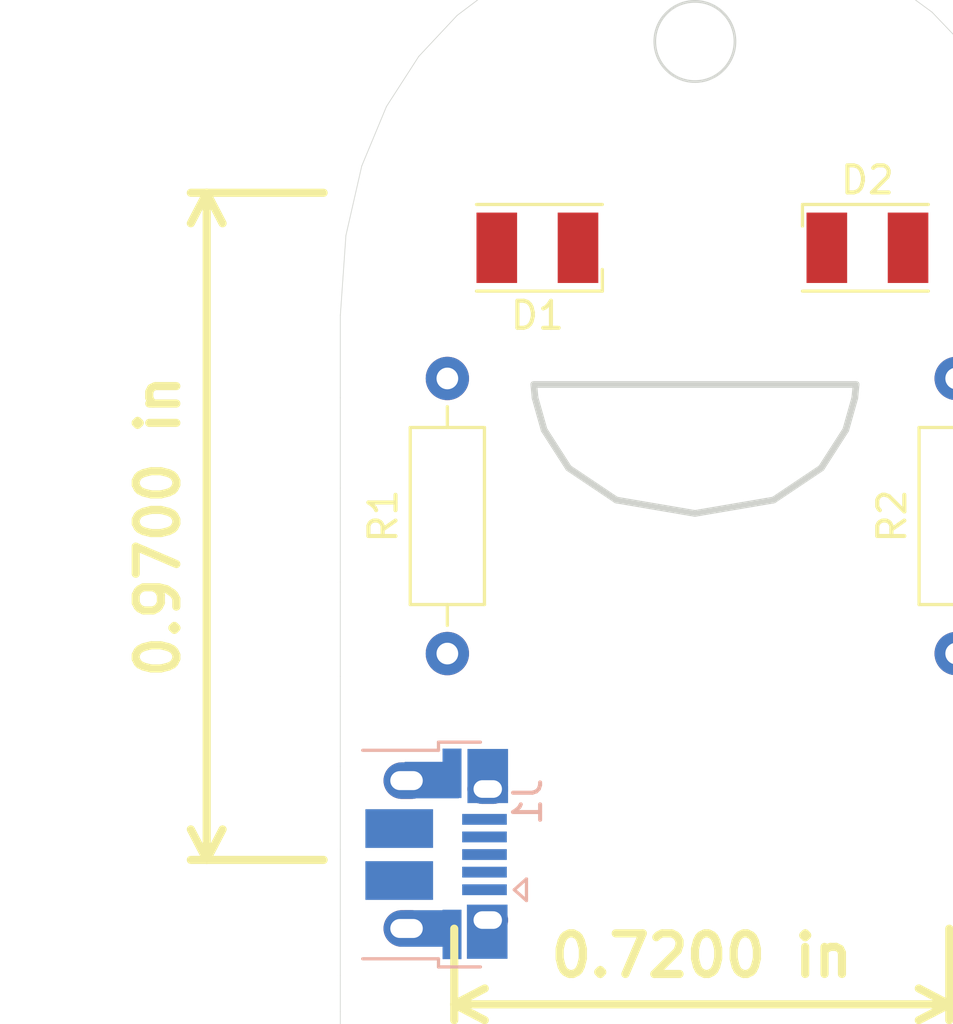
<source format=kicad_pcb>
(kicad_pcb (version 20171130) (host pcbnew 5.0.2+dfsg1-1~bpo9+1)

  (general
    (thickness 1.6)
    (drawings 3)
    (tracks 0)
    (zones 0)
    (modules 6)
    (nets 5)
  )

  (page A4)
  (layers
    (0 F.Cu signal hide)
    (31 B.Cu signal hide)
    (32 B.Adhes user)
    (33 F.Adhes user)
    (34 B.Paste user)
    (35 F.Paste user)
    (36 B.SilkS user)
    (37 F.SilkS user)
    (38 B.Mask user)
    (39 F.Mask user)
    (40 Dwgs.User user)
    (41 Cmts.User user)
    (42 Eco1.User user)
    (43 Eco2.User user)
    (44 Edge.Cuts user)
    (45 Margin user)
    (46 B.CrtYd user)
    (47 F.CrtYd user)
    (48 B.Fab user)
    (49 F.Fab user)
  )

  (setup
    (last_trace_width 0.25)
    (trace_clearance 0.2)
    (zone_clearance 0.508)
    (zone_45_only no)
    (trace_min 0.2)
    (segment_width 0.2)
    (edge_width 0.1)
    (via_size 0.8)
    (via_drill 0.4)
    (via_min_size 0.4)
    (via_min_drill 0.3)
    (uvia_size 0.3)
    (uvia_drill 0.1)
    (uvias_allowed no)
    (uvia_min_size 0.2)
    (uvia_min_drill 0.1)
    (pcb_text_width 0.3)
    (pcb_text_size 1.5 1.5)
    (mod_edge_width 0.15)
    (mod_text_size 1 1)
    (mod_text_width 0.15)
    (pad_size 1.5 1.5)
    (pad_drill 0.6)
    (pad_to_mask_clearance 0)
    (aux_axis_origin 0 0)
    (visible_elements FFFFEF7F)
    (pcbplotparams
      (layerselection 0x010fc_ffffffff)
      (usegerberextensions false)
      (usegerberattributes false)
      (usegerberadvancedattributes false)
      (creategerberjobfile false)
      (excludeedgelayer true)
      (linewidth 0.100000)
      (plotframeref false)
      (viasonmask false)
      (mode 1)
      (useauxorigin false)
      (hpglpennumber 1)
      (hpglpenspeed 20)
      (hpglpendiameter 15.000000)
      (psnegative false)
      (psa4output false)
      (plotreference true)
      (plotvalue true)
      (plotinvisibletext false)
      (padsonsilk false)
      (subtractmaskfromsilk false)
      (outputformat 1)
      (mirror false)
      (drillshape 1)
      (scaleselection 1)
      (outputdirectory ""))
  )

  (net 0 "")
  (net 1 VCC)
  (net 2 "Net-(D1-Pad2)")
  (net 3 "Net-(D2-Pad2)")
  (net 4 GND)

  (net_class Default "Dies ist die voreingestellte Netzklasse."
    (clearance 0.2)
    (trace_width 0.25)
    (via_dia 0.8)
    (via_drill 0.4)
    (uvia_dia 0.3)
    (uvia_drill 0.1)
    (add_net GND)
    (add_net "Net-(D1-Pad2)")
    (add_net "Net-(D2-Pad2)")
    (add_net VCC)
  )

  (module LED_SMD:LED_PLCC-2 (layer F.Cu) (tedit 59959404) (tstamp 5CA0CA09)
    (at 127.278 97.79 180)
    (descr "LED PLCC-2 SMD package")
    (tags "LED PLCC-2 SMD")
    (path /59735547)
    (attr smd)
    (fp_text reference D1 (at 0 -2.5 180) (layer F.SilkS)
      (effects (font (size 1 1) (thickness 0.15)))
    )
    (fp_text value LED (at 0 2.5 180) (layer F.Fab)
      (effects (font (size 1 1) (thickness 0.15)))
    )
    (fp_circle (center 0 0) (end 0 -1.25) (layer F.Fab) (width 0.1))
    (fp_line (start -1.7 -0.6) (end -0.8 -1.5) (layer F.Fab) (width 0.1))
    (fp_line (start 1.7 1.5) (end 1.7 -1.5) (layer F.Fab) (width 0.1))
    (fp_line (start 1.7 -1.5) (end -1.7 -1.5) (layer F.Fab) (width 0.1))
    (fp_line (start -1.7 -1.5) (end -1.7 1.5) (layer F.Fab) (width 0.1))
    (fp_line (start -1.7 1.5) (end 1.7 1.5) (layer F.Fab) (width 0.1))
    (fp_line (start -2.65 -1.85) (end 2.5 -1.85) (layer F.CrtYd) (width 0.05))
    (fp_line (start 2.5 -1.85) (end 2.5 1.85) (layer F.CrtYd) (width 0.05))
    (fp_line (start 2.5 1.85) (end -2.65 1.85) (layer F.CrtYd) (width 0.05))
    (fp_line (start -2.65 1.85) (end -2.65 -1.85) (layer F.CrtYd) (width 0.05))
    (fp_line (start 2.25 1.6) (end -2.4 1.6) (layer F.SilkS) (width 0.12))
    (fp_line (start 2.25 -1.6) (end -2.4 -1.6) (layer F.SilkS) (width 0.12))
    (fp_line (start -2.4 -1.6) (end -2.4 -0.8) (layer F.SilkS) (width 0.12))
    (fp_text user %R (at 0 0 180) (layer F.Fab)
      (effects (font (size 0.4 0.4) (thickness 0.1)))
    )
    (pad 1 smd rect (at -1.5 0 180) (size 1.5 2.6) (layers F.Cu F.Paste F.Mask)
      (net 1 VCC))
    (pad 2 smd rect (at 1.5 0 180) (size 1.5 2.6) (layers F.Cu F.Paste F.Mask)
      (net 2 "Net-(D1-Pad2)"))
    (model ${KISYS3DMOD}/LED_SMD.3dshapes/LED_PLCC-2.wrl
      (at (xyz 0 0 0))
      (scale (xyz 1 1 1))
      (rotate (xyz 0 0 0))
    )
  )

  (module LED_SMD:LED_PLCC-2 (layer F.Cu) (tedit 59959404) (tstamp 5CA0CA1D)
    (at 139.47 97.79)
    (descr "LED PLCC-2 SMD package")
    (tags "LED PLCC-2 SMD")
    (path /5973568D)
    (attr smd)
    (fp_text reference D2 (at 0 -2.5) (layer F.SilkS)
      (effects (font (size 1 1) (thickness 0.15)))
    )
    (fp_text value LED (at 0 2.5) (layer F.Fab)
      (effects (font (size 1 1) (thickness 0.15)))
    )
    (fp_text user %R (at 0 0) (layer F.Fab)
      (effects (font (size 0.4 0.4) (thickness 0.1)))
    )
    (fp_line (start -2.4 -1.6) (end -2.4 -0.8) (layer F.SilkS) (width 0.12))
    (fp_line (start 2.25 -1.6) (end -2.4 -1.6) (layer F.SilkS) (width 0.12))
    (fp_line (start 2.25 1.6) (end -2.4 1.6) (layer F.SilkS) (width 0.12))
    (fp_line (start -2.65 1.85) (end -2.65 -1.85) (layer F.CrtYd) (width 0.05))
    (fp_line (start 2.5 1.85) (end -2.65 1.85) (layer F.CrtYd) (width 0.05))
    (fp_line (start 2.5 -1.85) (end 2.5 1.85) (layer F.CrtYd) (width 0.05))
    (fp_line (start -2.65 -1.85) (end 2.5 -1.85) (layer F.CrtYd) (width 0.05))
    (fp_line (start -1.7 1.5) (end 1.7 1.5) (layer F.Fab) (width 0.1))
    (fp_line (start -1.7 -1.5) (end -1.7 1.5) (layer F.Fab) (width 0.1))
    (fp_line (start 1.7 -1.5) (end -1.7 -1.5) (layer F.Fab) (width 0.1))
    (fp_line (start 1.7 1.5) (end 1.7 -1.5) (layer F.Fab) (width 0.1))
    (fp_line (start -1.7 -0.6) (end -0.8 -1.5) (layer F.Fab) (width 0.1))
    (fp_circle (center 0 0) (end 0 -1.25) (layer F.Fab) (width 0.1))
    (pad 2 smd rect (at 1.5 0) (size 1.5 2.6) (layers F.Cu F.Paste F.Mask)
      (net 3 "Net-(D2-Pad2)"))
    (pad 1 smd rect (at -1.5 0) (size 1.5 2.6) (layers F.Cu F.Paste F.Mask)
      (net 1 VCC))
    (model ${KISYS3DMOD}/LED_SMD.3dshapes/LED_PLCC-2.wrl
      (at (xyz 0 0 0))
      (scale (xyz 1 1 1))
      (rotate (xyz 0 0 0))
    )
  )

  (module Connector_USB:USB_Micro-B_Amphenol_10103594-0001LF_Horizontal (layer B.Cu) (tedit 5A1DC0BD) (tstamp 5CA0CA47)
    (at 123.559 120.173 90)
    (descr "Micro USB Type B 10103594-0001LF, http://cdn.amphenol-icc.com/media/wysiwyg/files/drawing/10103594.pdf")
    (tags "USB USB_B USB_micro USB_OTG")
    (path /5CA0BDD1)
    (attr smd)
    (fp_text reference J1 (at 1.925 3.365 90) (layer B.SilkS)
      (effects (font (size 1 1) (thickness 0.15)) (justify mirror))
    )
    (fp_text value USB_B_Micro (at -0.025 -4.435 90) (layer B.Fab)
      (effects (font (size 1 1) (thickness 0.15)) (justify mirror))
    )
    (fp_text user "PCB edge" (at -0.025 -2.235 90) (layer Dwgs.User)
      (effects (font (size 0.5 0.5) (thickness 0.075)))
    )
    (fp_text user %R (at -12.735001 23.294999 90) (layer B.Fab)
      (effects (font (size 1 1) (thickness 0.15)) (justify mirror))
    )
    (fp_line (start -4.175 0.065) (end -4.175 1.615) (layer B.SilkS) (width 0.12))
    (fp_line (start -4.175 0.065) (end -3.875 0.065) (layer B.SilkS) (width 0.12))
    (fp_line (start -3.875 -2.735) (end -3.875 0.065) (layer B.SilkS) (width 0.12))
    (fp_line (start 4.125 0.065) (end 4.125 1.615) (layer B.SilkS) (width 0.12))
    (fp_line (start 3.825 0.065) (end 4.125 0.065) (layer B.SilkS) (width 0.12))
    (fp_line (start 3.825 -2.735) (end 3.825 0.065) (layer B.SilkS) (width 0.12))
    (fp_line (start -0.925 3.315) (end -1.325 2.865) (layer B.SilkS) (width 0.12))
    (fp_line (start -1.725 3.315) (end -0.925 3.315) (layer B.SilkS) (width 0.12))
    (fp_line (start -1.325 2.865) (end -1.725 3.315) (layer B.SilkS) (width 0.12))
    (fp_line (start -3.775 0.865) (end -2.975 1.615) (layer B.Fab) (width 0.12))
    (fp_line (start 3.725 -3.335) (end -3.775 -3.335) (layer B.Fab) (width 0.12))
    (fp_line (start 3.725 1.615) (end 3.725 -3.335) (layer B.Fab) (width 0.12))
    (fp_line (start -2.975 1.615) (end 3.725 1.615) (layer B.Fab) (width 0.12))
    (fp_line (start -3.775 -3.335) (end -3.775 0.865) (layer B.Fab) (width 0.12))
    (fp_line (start -4.025 -2.835) (end 3.975 -2.835) (layer Dwgs.User) (width 0.1))
    (fp_line (start -4.13 2.88) (end 4.14 2.88) (layer B.CrtYd) (width 0.05))
    (fp_line (start -4.13 2.88) (end -4.13 -3.58) (layer B.CrtYd) (width 0.05))
    (fp_line (start 4.14 -3.58) (end 4.14 2.88) (layer B.CrtYd) (width 0.05))
    (fp_line (start 4.14 -3.58) (end -4.13 -3.58) (layer B.CrtYd) (width 0.05))
    (pad 6 smd rect (at 2.725 -0.185 90) (size 1.35 2) (layers B.Cu B.Paste B.Mask)
      (net 4 GND))
    (pad 6 smd rect (at -2.755 -0.185 90) (size 1.35 2) (layers B.Cu B.Paste B.Mask)
      (net 4 GND))
    (pad 6 smd rect (at -2.975 0.565 90) (size 1.825 0.7) (layers B.Cu B.Paste B.Mask)
      (net 4 GND))
    (pad 6 smd rect (at 2.975 0.565 90) (size 1.825 0.7) (layers B.Cu B.Paste B.Mask)
      (net 4 GND))
    (pad 6 smd rect (at -2.875 1.865 90) (size 2 1.5) (layers B.Cu B.Paste B.Mask)
      (net 4 GND))
    (pad 6 smd rect (at 2.875 1.885 90) (size 2 1.5) (layers B.Cu B.Paste B.Mask)
      (net 4 GND))
    (pad 1 smd rect (at -1.325 1.765) (size 1.65 0.4) (layers B.Cu B.Paste B.Mask)
      (net 1 VCC))
    (pad 2 smd rect (at -0.675 1.765) (size 1.65 0.4) (layers B.Cu B.Paste B.Mask))
    (pad 3 smd rect (at -0.025 1.765) (size 1.65 0.4) (layers B.Cu B.Paste B.Mask))
    (pad 4 smd rect (at 0.625 1.765) (size 1.65 0.4) (layers B.Cu B.Paste B.Mask))
    (pad 5 smd rect (at 1.275 1.765) (size 1.65 0.4) (layers B.Cu B.Paste B.Mask)
      (net 4 GND))
    (pad 6 thru_hole oval (at -2.445 1.885) (size 1.5 1.1) (drill oval 1.05 0.65) (layers *.Cu *.Mask)
      (net 4 GND))
    (pad 6 thru_hole oval (at 2.395 1.885) (size 1.5 1.1) (drill oval 1.05 0.65) (layers *.Cu *.Mask)
      (net 4 GND))
    (pad 6 thru_hole oval (at -2.755 -1.115) (size 1.7 1.35) (drill oval 1.2 0.7) (layers *.Cu *.Mask)
      (net 4 GND))
    (pad 6 thru_hole oval (at 2.705 -1.115) (size 1.7 1.35) (drill oval 1.2 0.7) (layers *.Cu *.Mask)
      (net 4 GND))
    (pad 6 smd rect (at -0.985 -1.385) (size 2.5 1.43) (layers B.Cu B.Paste B.Mask)
      (net 4 GND))
    (pad 6 smd rect (at 0.935 -1.385) (size 2.5 1.43) (layers B.Cu B.Paste B.Mask)
      (net 4 GND))
    (model ${KISYS3DMOD}/Connector_USB.3dshapes/USB_Micro-B_Amphenol_10103594-0001LF_Horizontal.wrl
      (at (xyz 0 0 0))
      (scale (xyz 1 1 1))
      (rotate (xyz 0 0 0))
    )
  )

  (module Resistor_THT:R_Axial_DIN0207_L6.3mm_D2.5mm_P10.16mm_Horizontal (layer F.Cu) (tedit 5AE5139B) (tstamp 5CA0CA5E)
    (at 123.952 112.776 90)
    (descr "Resistor, Axial_DIN0207 series, Axial, Horizontal, pin pitch=10.16mm, 0.25W = 1/4W, length*diameter=6.3*2.5mm^2, http://cdn-reichelt.de/documents/datenblatt/B400/1_4W%23YAG.pdf")
    (tags "Resistor Axial_DIN0207 series Axial Horizontal pin pitch 10.16mm 0.25W = 1/4W length 6.3mm diameter 2.5mm")
    (path /5973577A)
    (fp_text reference R1 (at 5.08 -2.37 90) (layer F.SilkS)
      (effects (font (size 1 1) (thickness 0.15)))
    )
    (fp_text value R (at 5.08 2.37 90) (layer F.Fab)
      (effects (font (size 1 1) (thickness 0.15)))
    )
    (fp_line (start 1.93 -1.25) (end 1.93 1.25) (layer F.Fab) (width 0.1))
    (fp_line (start 1.93 1.25) (end 8.23 1.25) (layer F.Fab) (width 0.1))
    (fp_line (start 8.23 1.25) (end 8.23 -1.25) (layer F.Fab) (width 0.1))
    (fp_line (start 8.23 -1.25) (end 1.93 -1.25) (layer F.Fab) (width 0.1))
    (fp_line (start 0 0) (end 1.93 0) (layer F.Fab) (width 0.1))
    (fp_line (start 10.16 0) (end 8.23 0) (layer F.Fab) (width 0.1))
    (fp_line (start 1.81 -1.37) (end 1.81 1.37) (layer F.SilkS) (width 0.12))
    (fp_line (start 1.81 1.37) (end 8.35 1.37) (layer F.SilkS) (width 0.12))
    (fp_line (start 8.35 1.37) (end 8.35 -1.37) (layer F.SilkS) (width 0.12))
    (fp_line (start 8.35 -1.37) (end 1.81 -1.37) (layer F.SilkS) (width 0.12))
    (fp_line (start 1.04 0) (end 1.81 0) (layer F.SilkS) (width 0.12))
    (fp_line (start 9.12 0) (end 8.35 0) (layer F.SilkS) (width 0.12))
    (fp_line (start -1.05 -1.5) (end -1.05 1.5) (layer F.CrtYd) (width 0.05))
    (fp_line (start -1.05 1.5) (end 11.21 1.5) (layer F.CrtYd) (width 0.05))
    (fp_line (start 11.21 1.5) (end 11.21 -1.5) (layer F.CrtYd) (width 0.05))
    (fp_line (start 11.21 -1.5) (end -1.05 -1.5) (layer F.CrtYd) (width 0.05))
    (fp_text user %R (at 5.08 0 90) (layer F.Fab)
      (effects (font (size 1 1) (thickness 0.15)))
    )
    (pad 1 thru_hole circle (at 0 0 90) (size 1.6 1.6) (drill 0.8) (layers *.Cu *.Mask)
      (net 4 GND))
    (pad 2 thru_hole oval (at 10.16 0 90) (size 1.6 1.6) (drill 0.8) (layers *.Cu *.Mask)
      (net 2 "Net-(D1-Pad2)"))
    (model ${KISYS3DMOD}/Resistor_THT.3dshapes/R_Axial_DIN0207_L6.3mm_D2.5mm_P10.16mm_Horizontal.wrl
      (at (xyz 0 0 0))
      (scale (xyz 1 1 1))
      (rotate (xyz 0 0 0))
    )
  )

  (module Resistor_THT:R_Axial_DIN0207_L6.3mm_D2.5mm_P10.16mm_Horizontal (layer F.Cu) (tedit 5AE5139B) (tstamp 5CA0CA75)
    (at 142.748 112.776 90)
    (descr "Resistor, Axial_DIN0207 series, Axial, Horizontal, pin pitch=10.16mm, 0.25W = 1/4W, length*diameter=6.3*2.5mm^2, http://cdn-reichelt.de/documents/datenblatt/B400/1_4W%23YAG.pdf")
    (tags "Resistor Axial_DIN0207 series Axial Horizontal pin pitch 10.16mm 0.25W = 1/4W length 6.3mm diameter 2.5mm")
    (path /597357D3)
    (fp_text reference R2 (at 5.08 -2.37 90) (layer F.SilkS)
      (effects (font (size 1 1) (thickness 0.15)))
    )
    (fp_text value R (at 5.08 2.37 90) (layer F.Fab)
      (effects (font (size 1 1) (thickness 0.15)))
    )
    (fp_text user %R (at 5.08 0 180) (layer F.Fab)
      (effects (font (size 1 1) (thickness 0.15)))
    )
    (fp_line (start 11.21 -1.5) (end -1.05 -1.5) (layer F.CrtYd) (width 0.05))
    (fp_line (start 11.21 1.5) (end 11.21 -1.5) (layer F.CrtYd) (width 0.05))
    (fp_line (start -1.05 1.5) (end 11.21 1.5) (layer F.CrtYd) (width 0.05))
    (fp_line (start -1.05 -1.5) (end -1.05 1.5) (layer F.CrtYd) (width 0.05))
    (fp_line (start 9.12 0) (end 8.35 0) (layer F.SilkS) (width 0.12))
    (fp_line (start 1.04 0) (end 1.81 0) (layer F.SilkS) (width 0.12))
    (fp_line (start 8.35 -1.37) (end 1.81 -1.37) (layer F.SilkS) (width 0.12))
    (fp_line (start 8.35 1.37) (end 8.35 -1.37) (layer F.SilkS) (width 0.12))
    (fp_line (start 1.81 1.37) (end 8.35 1.37) (layer F.SilkS) (width 0.12))
    (fp_line (start 1.81 -1.37) (end 1.81 1.37) (layer F.SilkS) (width 0.12))
    (fp_line (start 10.16 0) (end 8.23 0) (layer F.Fab) (width 0.1))
    (fp_line (start 0 0) (end 1.93 0) (layer F.Fab) (width 0.1))
    (fp_line (start 8.23 -1.25) (end 1.93 -1.25) (layer F.Fab) (width 0.1))
    (fp_line (start 8.23 1.25) (end 8.23 -1.25) (layer F.Fab) (width 0.1))
    (fp_line (start 1.93 1.25) (end 8.23 1.25) (layer F.Fab) (width 0.1))
    (fp_line (start 1.93 -1.25) (end 1.93 1.25) (layer F.Fab) (width 0.1))
    (pad 2 thru_hole oval (at 10.16 0 90) (size 1.6 1.6) (drill 0.8) (layers *.Cu *.Mask)
      (net 3 "Net-(D2-Pad2)"))
    (pad 1 thru_hole circle (at 0 0 90) (size 1.6 1.6) (drill 0.8) (layers *.Cu *.Mask)
      (net 4 GND))
    (model ${KISYS3DMOD}/Resistor_THT.3dshapes/R_Axial_DIN0207_L6.3mm_D2.5mm_P10.16mm_Horizontal.wrl
      (at (xyz 0 0 0))
      (scale (xyz 1 1 1))
      (rotate (xyz 0 0 0))
    )
  )

  (module Ghost2:ghost_edge (layer F.Cu) (tedit 5CA0C8E9) (tstamp 5CA104B7)
    (at 133.096 107.442)
    (descr "Imported from ghost_edge.svg")
    (tags svg2mod)
    (attr smd)
    (fp_text reference svg2mod (at 0 -24.497105) (layer F.SilkS) hide
      (effects (font (size 1.524 1.524) (thickness 0.3048)))
    )
    (fp_text value G*** (at 0 24.497105) (layer F.SilkS) hide
      (effects (font (size 1.524 1.524) (thickness 0.3048)))
    )
    (fp_line (start -5.903655 -4.108557) (end -5.95128 -4.603857) (layer Edge.Cuts) (width 0.248047))
    (fp_line (start -5.57028 -2.927457) (end -5.903655 -4.108557) (layer Edge.Cuts) (width 0.248047))
    (fp_line (start -4.665404 -1.517757) (end -5.57028 -2.927457) (layer Edge.Cuts) (width 0.248047))
    (fp_line (start -2.903279 -0.336657) (end -4.665404 -1.517757) (layer Edge.Cuts) (width 0.248047))
    (fp_line (start 0.001846 0.158643) (end -2.903279 -0.336657) (layer Edge.Cuts) (width 0.248047))
    (fp_line (start 2.906971 -0.336657) (end 0.001846 0.158643) (layer Edge.Cuts) (width 0.248047))
    (fp_line (start 4.669096 -1.517757) (end 2.906971 -0.336657) (layer Edge.Cuts) (width 0.248047))
    (fp_line (start 5.573971 -2.927457) (end 4.669096 -1.517757) (layer Edge.Cuts) (width 0.248047))
    (fp_line (start 5.907346 -4.108557) (end 5.573971 -2.927457) (layer Edge.Cuts) (width 0.248047))
    (fp_line (start 5.954971 -4.603857) (end 5.907346 -4.108557) (layer Edge.Cuts) (width 0.248047))
    (fp_line (start -5.95128 -4.603857) (end 5.954971 -4.603857) (layer Edge.Cuts) (width 0.248047))
    (fp_line (start -5.903654 -4.108557) (end -5.95128 -4.603857) (layer Edge.Cuts) (width 0.026458))
    (fp_line (start -5.570279 -2.927457) (end -5.903654 -4.108557) (layer Edge.Cuts) (width 0.026458))
    (fp_line (start -4.665404 -1.517757) (end -5.570279 -2.927457) (layer Edge.Cuts) (width 0.026458))
    (fp_line (start -2.903279 -0.336657) (end -4.665404 -1.517757) (layer Edge.Cuts) (width 0.026458))
    (fp_line (start 0.001847 0.158643) (end -2.903279 -0.336657) (layer Edge.Cuts) (width 0.026458))
    (fp_line (start 2.906972 -0.336657) (end 0.001847 0.158643) (layer Edge.Cuts) (width 0.026458))
    (fp_line (start 4.669097 -1.517757) (end 2.906972 -0.336657) (layer Edge.Cuts) (width 0.026458))
    (fp_line (start 5.573972 -2.927457) (end 4.669097 -1.517757) (layer Edge.Cuts) (width 0.026458))
    (fp_line (start 5.907347 -4.108557) (end 5.573972 -2.927457) (layer Edge.Cuts) (width 0.026458))
    (fp_line (start 5.954972 -4.603857) (end 5.907347 -4.108557) (layer Edge.Cuts) (width 0.026458))
    (fp_line (start -5.95128 -4.603857) (end 5.954972 -4.603857) (layer Edge.Cuts) (width 0.026458))
    (fp_line (start -13.096875 -7.161605) (end -13.096865 -7.161605) (layer Edge.Cuts) (width 0.026458))
    (fp_line (start -13.096875 -4.113605) (end -13.096875 -7.161605) (layer Edge.Cuts) (width 0.026458))
    (fp_line (start -13.096875 -0.779854) (end -13.096875 -4.113605) (layer Edge.Cuts) (width 0.026458))
    (fp_line (start -13.096875 2.696772) (end -13.096875 -0.779854) (layer Edge.Cuts) (width 0.026458))
    (fp_line (start -13.096875 6.173399) (end -13.096875 2.696772) (layer Edge.Cuts) (width 0.026458))
    (fp_line (start -13.096875 9.50715) (end -13.096875 6.173399) (layer Edge.Cuts) (width 0.026458))
    (fp_line (start -13.096875 12.555151) (end -13.096875 9.50715) (layer Edge.Cuts) (width 0.026458))
    (fp_line (start -13.096875 15.174528) (end -13.096875 12.555151) (layer Edge.Cuts) (width 0.026458))
    (fp_line (start -13.096875 17.222404) (end -13.096875 15.174528) (layer Edge.Cuts) (width 0.026458))
    (fp_line (start -13.096875 18.555905) (end -13.096875 17.222404) (layer Edge.Cuts) (width 0.026458))
    (fp_line (start -13.096875 19.032155) (end -13.096875 18.555905) (layer Edge.Cuts) (width 0.026458))
    (fp_line (start -12.14171 19.409246) (end -13.096875 19.032155) (layer Edge.Cuts) (width 0.026458))
    (fp_line (start -9.855238 20.236168) (end -12.14171 19.409246) (layer Edge.Cuts) (width 0.026458))
    (fp_line (start -7.10599 21.056396) (end -9.855238 20.236168) (layer Edge.Cuts) (width 0.026458))
    (fp_line (start -4.7625 21.413405) (end -7.10599 21.056396) (layer Edge.Cuts) (width 0.026458))
    (fp_line (start -2.446635 21.035673) (end -4.7625 21.413405) (layer Edge.Cuts) (width 0.026458))
    (fp_line (start -0.435999 20.24447) (end -2.446635 21.035673) (layer Edge.Cuts) (width 0.026458))
    (fp_line (start 1.494981 19.442422) (end -0.435999 20.24447) (layer Edge.Cuts) (width 0.026458))
    (fp_line (start 3.571876 19.032155) (end 1.494981 19.442422) (layer Edge.Cuts) (width 0.026458))
    (fp_line (start 6.583733 19.349331) (end 3.571876 19.032155) (layer Edge.Cuts) (width 0.026458))
    (fp_line (start 9.688665 20.173985) (end 6.583733 19.349331) (layer Edge.Cuts) (width 0.026458))
    (fp_line (start 12.116452 21.023037) (end 9.688665 20.173985) (layer Edge.Cuts) (width 0.026458))
    (fp_line (start 13.096875 21.413405) (end 12.116452 21.023037) (layer Edge.Cuts) (width 0.026458))
    (fp_line (start 13.096858 20.962383) (end 13.096875 21.413405) (layer Edge.Cuts) (width 0.026458))
    (fp_line (start 13.096746 19.69449) (end 13.096858 20.962383) (layer Edge.Cuts) (width 0.026458))
    (fp_line (start 13.096441 17.73748) (end 13.096746 19.69449) (layer Edge.Cuts) (width 0.026458))
    (fp_line (start 13.095848 15.219112) (end 13.096441 17.73748) (layer Edge.Cuts) (width 0.026458))
    (fp_line (start 13.094869 12.26714) (end 13.095848 15.219112) (layer Edge.Cuts) (width 0.026458))
    (fp_line (start 13.09341 9.009323) (end 13.094869 12.26714) (layer Edge.Cuts) (width 0.026458))
    (fp_line (start 13.091373 5.573415) (end 13.09341 9.009323) (layer Edge.Cuts) (width 0.026458))
    (fp_line (start 13.088662 2.087174) (end 13.091373 5.573415) (layer Edge.Cuts) (width 0.026458))
    (fp_line (start 13.085181 -1.321644) (end 13.088662 2.087174) (layer Edge.Cuts) (width 0.026458))
    (fp_line (start 13.080834 -4.525282) (end 13.085181 -1.321644) (layer Edge.Cuts) (width 0.026458))
    (fp_line (start 13.075525 -7.395985) (end 13.080834 -4.525282) (layer Edge.Cuts) (width 0.026458))
    (fp_line (start 12.86457 -10.336416) (end 13.075525 -7.395985) (layer Edge.Cuts) (width 0.026458))
    (fp_line (start 12.278361 -12.882309) (end 12.86457 -10.336416) (layer Edge.Cuts) (width 0.026458))
    (fp_line (start 11.366237 -15.05369) (end 12.278361 -12.882309) (layer Edge.Cuts) (width 0.026458))
    (fp_line (start 10.177533 -16.870583) (end 11.366237 -15.05369) (layer Edge.Cuts) (width 0.026458))
    (fp_line (start 8.761586 -18.353014) (end 10.177533 -16.870583) (layer Edge.Cuts) (width 0.026458))
    (fp_line (start 7.167734 -19.521007) (end 8.761586 -18.353014) (layer Edge.Cuts) (width 0.026458))
    (fp_line (start 5.445314 -20.394587) (end 7.167734 -19.521007) (layer Edge.Cuts) (width 0.026458))
    (fp_line (start 3.643662 -20.993781) (end 5.445314 -20.394587) (layer Edge.Cuts) (width 0.026458))
    (fp_line (start 1.812115 -21.338611) (end 3.643662 -20.993781) (layer Edge.Cuts) (width 0.026458))
    (fp_line (start 0.000011 -21.449105) (end 1.812115 -21.338611) (layer Edge.Cuts) (width 0.026458))
    (fp_line (start -1.813311 -21.332071) (end 0.000011 -21.449105) (layer Edge.Cuts) (width 0.026458))
    (fp_line (start -3.648065 -20.969486) (end -1.813311 -21.332071) (layer Edge.Cuts) (width 0.026458))
    (fp_line (start -5.454243 -20.34412) (end -3.648065 -20.969486) (layer Edge.Cuts) (width 0.026458))
    (fp_line (start -7.18184 -19.438747) (end -5.454243 -20.34412) (layer Edge.Cuts) (width 0.026458))
    (fp_line (start -8.780849 -18.236139) (end -7.18184 -19.438747) (layer Edge.Cuts) (width 0.026458))
    (fp_line (start -10.201265 -16.719068) (end -8.780849 -18.236139) (layer Edge.Cuts) (width 0.026458))
    (fp_line (start -11.39308 -14.870307) (end -10.201265 -16.719068) (layer Edge.Cuts) (width 0.026458))
    (fp_line (start -12.30629 -12.672628) (end -11.39308 -14.870307) (layer Edge.Cuts) (width 0.026458))
    (fp_line (start -12.890886 -10.108803) (end -12.30629 -12.672628) (layer Edge.Cuts) (width 0.026458))
    (fp_line (start -13.096865 -7.161605) (end -12.890886 -10.108803) (layer Edge.Cuts) (width 0.026458))
  )

  (gr_circle (center 133.096 90.17) (end 132.334 88.9) (layer Edge.Cuts) (width 0.1))
  (dimension 18.288 (width 0.3) (layer F.SilkS)
    (gr_text "18,288 mm" (at 133.35 127.83) (layer F.SilkS)
      (effects (font (size 1.5 1.5) (thickness 0.3)))
    )
    (feature1 (pts (xy 142.494 122.936) (xy 142.494 126.316421)))
    (feature2 (pts (xy 124.206 122.936) (xy 124.206 126.316421)))
    (crossbar (pts (xy 124.206 125.73) (xy 142.494 125.73)))
    (arrow1a (pts (xy 142.494 125.73) (xy 141.367496 126.316421)))
    (arrow1b (pts (xy 142.494 125.73) (xy 141.367496 125.143579)))
    (arrow2a (pts (xy 124.206 125.73) (xy 125.332504 126.316421)))
    (arrow2b (pts (xy 124.206 125.73) (xy 125.332504 125.143579)))
  )
  (dimension 24.638 (width 0.3) (layer F.SilkS)
    (gr_text "24,638 mm" (at 112.962 108.077 90) (layer F.SilkS)
      (effects (font (size 1.5 1.5) (thickness 0.3)))
    )
    (feature1 (pts (xy 119.38 95.758) (xy 114.475579 95.758)))
    (feature2 (pts (xy 119.38 120.396) (xy 114.475579 120.396)))
    (crossbar (pts (xy 115.062 120.396) (xy 115.062 95.758)))
    (arrow1a (pts (xy 115.062 95.758) (xy 115.648421 96.884504)))
    (arrow1b (pts (xy 115.062 95.758) (xy 114.475579 96.884504)))
    (arrow2a (pts (xy 115.062 120.396) (xy 115.648421 119.269496)))
    (arrow2b (pts (xy 115.062 120.396) (xy 114.475579 119.269496)))
  )

)

</source>
